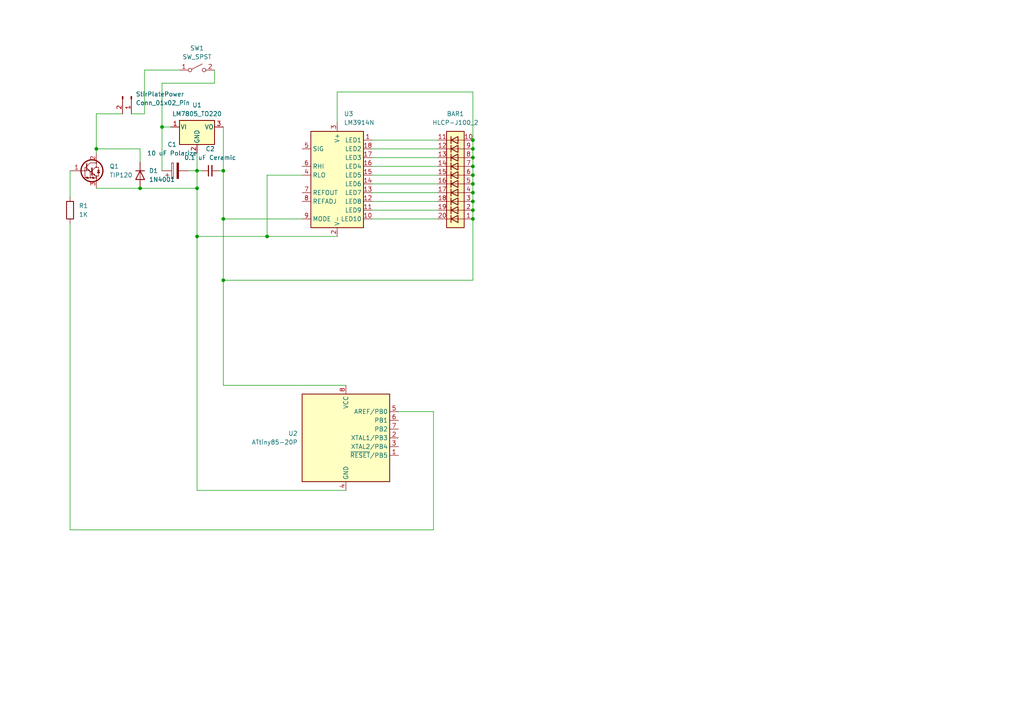
<source format=kicad_sch>
(kicad_sch (version 20230121) (generator eeschema)
  (paper "A4")
  (lib_symbols
    (symbol "Connector:Conn_01x02_Pin" (pin_names (offset 1.016) hide)
      (property "Reference" "J" (at 0 2.54 0))
      (property "Value" "Conn_01x02_Pin" (at 0 -5.08 0))
      (symbol "Conn_01x02_Pin_1_1"
        (polyline (pts (xy 1.27 -2.54) (xy 0.8636 -2.54)) (stroke (width 0.1524)))
        (polyline (pts (xy 1.27 0) (xy 0.8636 0)) (stroke (width 0.1524)))
        (rectangle (start 0.8636 -2.413) (end 0 -2.667) (stroke (width 0.1524)) (fill (type outline)))
        (rectangle (start 0.8636 0.127) (end 0 -0.127) (stroke (width 0.1524)) (fill (type outline)))
        (pin passive line (at 5.08 0 180) (length 3.81) (name "Pin_1") (number "1"))
        (pin passive line (at 5.08 -2.54 180) (length 3.81) (name "Pin_2") (number "2"))
      )
    )
    (symbol "Device:C_Polarized" (pin_numbers hide) (pin_names (offset 0.254))
      (property "Reference" "C" (at 0.635 2.54 0))
      (property "Value" "C_Polarized" (at 0.635 -2.54 0))
      (symbol "C_Polarized_0_1"
        (rectangle (start -2.286 0.508) (end 2.286 1.016))
        (polyline (pts (xy -1.778 2.286) (xy -0.762 2.286)))
        (polyline (pts (xy -1.27 2.794) (xy -1.27 1.778)))
        (rectangle (start 2.286 -0.508) (end -2.286 -1.016) (fill (type outline)))
      )
      (symbol "C_Polarized_1_1"
        (pin passive line (at 0 3.81 270) (length 2.794) (name "~") (number "1"))
        (pin passive line (at 0 -3.81 90) (length 2.794) (name "~") (number "2"))
      )
    )
    (symbol "Device:C_Small" (pin_numbers hide) (pin_names (offset 0.254) hide)
      (property "Reference" "C" (at 0.254 1.778 0))
      (property "Value" "C_Small" (at 0.254 -2.032 0))
      (symbol "C_Small_0_1"
        (polyline (pts (xy -1.524 -0.508) (xy 1.524 -0.508)) (stroke (width 0.3302)))
        (polyline (pts (xy -1.524 0.508) (xy 1.524 0.508)) (stroke (width 0.3048)))
      )
      (symbol "C_Small_1_1"
        (pin passive line (at 0 2.54 270) (length 2.032) (name "~") (number "1"))
        (pin passive line (at 0 -2.54 90) (length 2.032) (name "~") (number "2"))
      )
    )
    (symbol "Device:R" (pin_numbers hide) (pin_names (offset 0))
      (property "Reference" "R" (at 2.032 0 90))
      (property "Value" "R" (at 0 0 90))
      (symbol "R_0_1"
        (rectangle (start -1.016 -2.54) (end 1.016 2.54) (stroke (width 0.254)))
      )
      (symbol "R_1_1"
        (pin passive line (at 0 3.81 270) (length 1.27) (name "~") (number "1"))
        (pin passive line (at 0 -3.81 90) (length 1.27) (name "~") (number "2"))
      )
    )
    (symbol "Diode:1N4001" (pin_numbers hide) (pin_names hide)
      (property "Reference" "D" (at 0 2.54 0))
      (property "Value" "1N4001" (at 0 -2.54 0))
      (symbol "1N4001_0_1"
        (polyline (pts (xy -1.27 1.27) (xy -1.27 -1.27)) (stroke (width 0.254)))
        (polyline (pts (xy 1.27 0) (xy -1.27 0)))
        (polyline (pts (xy 1.27 1.27) (xy 1.27 -1.27) (xy -1.27 0) (xy 1.27 1.27)) (stroke (width 0.254)))
      )
      (symbol "1N4001_1_1"
        (pin passive line (at -3.81 0 0) (length 2.54) (name "K") (number "1"))
        (pin passive line (at 3.81 0 180) (length 2.54) (name "A") (number "2"))
      )
    )
    (symbol "Driver_LED:LM3914N"
      (property "Reference" "U" (at -6.35 14.224 0))
      (property "Value" "LM3914N" (at 5.588 14.224 0))
      (symbol "LM3914N_0_1"
        (rectangle (start -7.62 12.7) (end 7.62 -15.24) (stroke (width 0.254)) (fill (type background)))
      )
      (symbol "LM3914N_1_1"
        (pin open_collector line (at 10.16 10.16 180) (length 2.54) (name "LED1") (number "1"))
        (pin open_collector line (at 10.16 -12.7 180) (length 2.54) (name "LED10") (number "10"))
        (pin open_collector line (at 10.16 -10.16 180) (length 2.54) (name "LED9") (number "11"))
        (pin open_collector line (at 10.16 -7.62 180) (length 2.54) (name "LED8") (number "12"))
        (pin open_collector line (at 10.16 -5.08 180) (length 2.54) (name "LED7") (number "13"))
        (pin open_collector line (at 10.16 -2.54 180) (length 2.54) (name "LED6") (number "14"))
        (pin open_collector line (at 10.16 0 180) (length 2.54) (name "LED5") (number "15"))
        (pin open_collector line (at 10.16 2.54 180) (length 2.54) (name "LED4") (number "16"))
        (pin open_collector line (at 10.16 5.08 180) (length 2.54) (name "LED3") (number "17"))
        (pin open_collector line (at 10.16 7.62 180) (length 2.54) (name "LED2") (number "18"))
        (pin power_in line (at 0 -17.78 90) (length 2.54) (name "V-") (number "2"))
        (pin power_in line (at 0 15.24 270) (length 2.54) (name "V+") (number "3"))
        (pin input line (at -10.16 0 0) (length 2.54) (name "RLO") (number "4"))
        (pin input line (at -10.16 7.62 0) (length 2.54) (name "SIG") (number "5"))
        (pin input line (at -10.16 2.54 0) (length 2.54) (name "RHI") (number "6"))
        (pin output line (at -10.16 -5.08 0) (length 2.54) (name "REFOUT") (number "7"))
        (pin input line (at -10.16 -7.62 0) (length 2.54) (name "REFADJ") (number "8"))
        (pin input line (at -10.16 -12.7 0) (length 2.54) (name "MODE") (number "9"))
      )
    )
    (symbol "LED:HLCP-J100_2" (pin_names (offset 1.016) hide)
      (property "Reference" "BAR" (at 0 15.24 0))
      (property "Value" "HLCP-J100_2" (at 0 -17.78 0))
      (symbol "HLCP-J100_2_0_1"
        (rectangle (start -2.54 12.7) (end 2.54 -15.24) (stroke (width 0.254)) (fill (type background)))
        (polyline (pts (xy -2.54 -12.7) (xy 2.54 -12.7)))
        (polyline (pts (xy -2.54 -10.16) (xy 2.54 -10.16)))
        (polyline (pts (xy -2.54 -7.62) (xy 2.54 -7.62)))
        (polyline (pts (xy -2.54 -5.08) (xy 2.54 -5.08)))
        (polyline (pts (xy -2.54 0) (xy 2.54 0)))
        (polyline (pts (xy -2.54 5.08) (xy 2.54 5.08)))
        (polyline (pts (xy -2.54 7.62) (xy 2.54 7.62)))
        (polyline (pts (xy -2.54 10.16) (xy 2.54 10.16)))
        (polyline (pts (xy 1.27 -11.684) (xy 1.27 -13.716)) (stroke (width 0.254)))
        (polyline (pts (xy 1.27 -9.144) (xy 1.27 -11.176)) (stroke (width 0.254)))
        (polyline (pts (xy 1.27 -6.604) (xy 1.27 -8.636)) (stroke (width 0.254)))
        (polyline (pts (xy 1.27 -4.064) (xy 1.27 -6.096)) (stroke (width 0.254)))
        (polyline (pts (xy 1.27 -1.524) (xy 1.27 -3.556)) (stroke (width 0.254)))
        (polyline (pts (xy 1.27 1.016) (xy 1.27 -1.016)) (stroke (width 0.254)))
        (polyline (pts (xy 1.27 3.556) (xy 1.27 1.524)) (stroke (width 0.254)))
        (polyline (pts (xy 1.27 6.096) (xy 1.27 4.064)) (stroke (width 0.254)))
        (polyline (pts (xy 1.27 8.636) (xy 1.27 6.604)) (stroke (width 0.254)))
        (polyline (pts (xy 1.27 11.176) (xy 1.27 9.144)) (stroke (width 0.254)))
        (polyline (pts (xy 2.54 -2.54) (xy -2.54 -2.54)))
        (polyline (pts (xy 2.54 2.54) (xy -2.54 2.54)))
        (polyline (pts (xy -0.762 -11.684) (xy -0.762 -13.716) (xy 1.27 -12.7) (xy -0.762 -11.684)) (stroke (width 0.254)))
        (polyline (pts (xy -0.762 -9.144) (xy -0.762 -11.176) (xy 1.27 -10.16) (xy -0.762 -9.144)) (stroke (width 0.254)))
        (polyline (pts (xy -0.762 -6.604) (xy -0.762 -8.636) (xy 1.27 -7.62) (xy -0.762 -6.604)) (stroke (width 0.254)))
        (polyline (pts (xy -0.762 -4.064) (xy -0.762 -6.096) (xy 1.27 -5.08) (xy -0.762 -4.064)) (stroke (width 0.254)))
        (polyline (pts (xy -0.762 -1.524) (xy -0.762 -3.556) (xy 1.27 -2.54) (xy -0.762 -1.524)) (stroke (width 0.254)))
        (polyline (pts (xy -0.762 1.016) (xy -0.762 -1.016) (xy 1.27 0) (xy -0.762 1.016)) (stroke (width 0.254)))
        (polyline (pts (xy -0.762 3.556) (xy -0.762 1.524) (xy 1.27 2.54) (xy -0.762 3.556)) (stroke (width 0.254)))
        (polyline (pts (xy -0.762 6.096) (xy -0.762 4.064) (xy 1.27 5.08) (xy -0.762 6.096)) (stroke (width 0.254)))
        (polyline (pts (xy -0.762 8.636) (xy -0.762 6.604) (xy 1.27 7.62) (xy -0.762 8.636)) (stroke (width 0.254)))
        (polyline (pts (xy -0.762 11.176) (xy -0.762 9.144) (xy 1.27 10.16) (xy -0.762 11.176)) (stroke (width 0.254)))
      )
      (symbol "HLCP-J100_2_1_1"
        (pin passive line (at -5.08 10.16 0) (length 2.54) (name "A") (number "1"))
        (pin passive line (at -5.08 -12.7 0) (length 2.54) (name "A") (number "10"))
        (pin passive line (at 5.08 -12.7 180) (length 2.54) (name "K") (number "11"))
        (pin passive line (at 5.08 -10.16 180) (length 2.54) (name "K") (number "12"))
        (pin passive line (at 5.08 -7.62 180) (length 2.54) (name "K") (number "13"))
        (pin passive line (at 5.08 -5.08 180) (length 2.54) (name "K") (number "14"))
        (pin passive line (at 5.08 -2.54 180) (length 2.54) (name "K") (number "15"))
        (pin passive line (at 5.08 0 180) (length 2.54) (name "K") (number "16"))
        (pin passive line (at 5.08 2.54 180) (length 2.54) (name "K") (number "17"))
        (pin passive line (at 5.08 5.08 180) (length 2.54) (name "K") (number "18"))
        (pin passive line (at 5.08 7.62 180) (length 2.54) (name "K") (number "19"))
        (pin passive line (at -5.08 7.62 0) (length 2.54) (name "A") (number "2"))
        (pin passive line (at 5.08 10.16 180) (length 2.54) (name "K") (number "20"))
        (pin passive line (at -5.08 5.08 0) (length 2.54) (name "A") (number "3"))
        (pin passive line (at -5.08 2.54 0) (length 2.54) (name "A") (number "4"))
        (pin passive line (at -5.08 0 0) (length 2.54) (name "A") (number "5"))
        (pin passive line (at -5.08 -2.54 0) (length 2.54) (name "A") (number "6"))
        (pin passive line (at -5.08 -5.08 0) (length 2.54) (name "A") (number "7"))
        (pin passive line (at -5.08 -7.62 0) (length 2.54) (name "A") (number "8"))
        (pin passive line (at -5.08 -10.16 0) (length 2.54) (name "A") (number "9"))
      )
    )
    (symbol "MCU_Microchip_ATtiny:ATtiny85-20P"
      (property "Reference" "U" (at -12.7 13.97 0))
      (property "Value" "ATtiny85-20P" (at 2.54 -13.97 0))
      (symbol "ATtiny85-20P_0_1"
        (rectangle (start -12.7 -12.7) (end 12.7 12.7) (stroke (width 0.254)) (fill (type background)))
      )
      (symbol "ATtiny85-20P_1_1"
        (pin bidirectional line (at 15.24 -5.08 180) (length 2.54) (name "~{RESET}/PB5") (number "1"))
        (pin bidirectional line (at 15.24 0 180) (length 2.54) (name "XTAL1/PB3") (number "2"))
        (pin bidirectional line (at 15.24 -2.54 180) (length 2.54) (name "XTAL2/PB4") (number "3"))
        (pin power_in line (at 0 -15.24 90) (length 2.54) (name "GND") (number "4"))
        (pin bidirectional line (at 15.24 7.62 180) (length 2.54) (name "AREF/PB0") (number "5"))
        (pin bidirectional line (at 15.24 5.08 180) (length 2.54) (name "PB1") (number "6"))
        (pin bidirectional line (at 15.24 2.54 180) (length 2.54) (name "PB2") (number "7"))
        (pin power_in line (at 0 15.24 270) (length 2.54) (name "VCC") (number "8"))
      )
    )
    (symbol "Regulator_Linear:LM7805_TO220" (pin_names (offset 0.254))
      (property "Reference" "U" (at -3.81 3.175 0))
      (property "Value" "LM7805_TO220" (at 0 3.175 0))
      (symbol "LM7805_TO220_0_1"
        (rectangle (start -5.08 1.905) (end 5.08 -5.08) (stroke (width 0.254)) (fill (type background)))
      )
      (symbol "LM7805_TO220_1_1"
        (pin power_in line (at -7.62 0 0) (length 2.54) (name "VI") (number "1"))
        (pin power_in line (at 0 -7.62 90) (length 2.54) (name "GND") (number "2"))
        (pin power_out line (at 7.62 0 180) (length 2.54) (name "VO") (number "3"))
      )
    )
    (symbol "Switch:SW_SPST" (pin_names (offset 0) hide)
      (property "Reference" "SW" (at 0 3.175 0))
      (property "Value" "SW_SPST" (at 0 -2.54 0))
      (symbol "SW_SPST_0_0"
        (circle (center -2.032 0) (radius 0.508))
        (polyline (pts (xy -1.524 0.254) (xy 1.524 1.778)))
        (circle (center 2.032 0) (radius 0.508))
      )
      (symbol "SW_SPST_1_1"
        (pin passive line (at -5.08 0 0) (length 2.54) (name "A") (number "1"))
        (pin passive line (at 5.08 0 180) (length 2.54) (name "B") (number "2"))
      )
    )
    (symbol "Transistor_BJT:TIP120" (pin_names (offset 0) hide)
      (property "Reference" "Q" (at 5.08 1.905 0))
      (property "Value" "TIP120" (at 5.08 0 0))
      (symbol "TIP120_0_1"
        (circle (center -0.762 0) (radius 0.127))
        (polyline (pts (xy -1.27 0) (xy -0.889 0)))
        (polyline (pts (xy 2.54 -2.032) (xy 2.54 -2.54)))
        (polyline (pts (xy 2.54 -1.524) (xy 3.175 -1.524)))
        (polyline (pts (xy 2.794 0.127) (xy 3.556 0.127)))
        (polyline (pts (xy 3.175 -0.635) (xy 3.175 -1.524)))
        (polyline (pts (xy 3.175 1.016) (xy 2.54 1.016)))
        (polyline (pts (xy 3.175 1.016) (xy 3.175 0.127)))
        (polyline (pts (xy -0.254 0.762) (xy 0.762 -0.254) (xy 1.27 -0.254)))
        (polyline (pts (xy -0.254 1.016) (xy -0.762 1.016) (xy -0.762 -2.032)))
        (polyline (pts (xy -0.254 1.27) (xy 0.762 2.286) (xy 2.54 2.286)))
        (polyline (pts (xy -0.254 2.032) (xy -0.254 0) (xy -0.254 0)) (stroke (width 0.3048)))
        (polyline (pts (xy 1.27 0.762) (xy 1.27 -1.27) (xy 1.27 -1.27)) (stroke (width 0.381)))
        (polyline (pts (xy 0.635 -0.127) (xy 0.381 0.381) (xy 0.127 0.127) (xy 0.635 -0.127)))
        (polyline (pts (xy 1.27 -0.508) (xy 2.286 -1.524) (xy 2.54 -1.524) (xy 2.54 -2.032)))
        (polyline (pts (xy 1.27 0) (xy 2.286 1.016) (xy 2.54 1.016) (xy 2.54 2.286)))
        (polyline (pts (xy 2.159 -1.397) (xy 1.905 -0.889) (xy 1.651 -1.143) (xy 2.159 -1.397)))
        (polyline (pts (xy 3.175 0.127) (xy 2.794 -0.635) (xy 3.556 -0.635) (xy 3.175 0.127)) (fill (type outline)))
        (polyline (pts (xy 0.762 -2.032) (xy 0.381 -2.032) (xy 0.254 -2.286) (xy 0.127 -1.778) (xy 0 -2.286) (xy -0.127 -1.778) (xy -0.254 -2.286) (xy -0.381 -1.778) (xy -0.508 -2.032) (xy -0.762 -2.032)))
        (polyline (pts (xy 0.762 -0.254) (xy 0.762 -2.032) (xy 1.143 -2.032) (xy 1.27 -1.778) (xy 1.397 -2.286) (xy 1.524 -1.778) (xy 1.651 -2.286) (xy 1.778 -1.778) (xy 1.905 -2.286) (xy 2.032 -2.032) (xy 2.54 -2.032)))
        (circle (center 0.762 -2.032) (radius 0.127))
        (circle (center 0.762 -0.254) (radius 0.127))
        (circle (center 1.27 0) (radius 3.175) (stroke (width 0.3556)))
        (circle (center 2.54 -2.032) (radius 0.127))
        (circle (center 2.54 -1.524) (radius 0.127))
        (circle (center 2.54 1.016) (radius 0.127))
        (circle (center 2.54 2.286) (radius 0.127))
      )
      (symbol "TIP120_1_1"
        (pin input line (at -5.08 0 0) (length 3.81) (name "B") (number "1"))
        (pin passive line (at 2.54 5.08 270) (length 2.667) (name "C") (number "2"))
        (pin passive line (at 2.54 -5.08 90) (length 2.54) (name "E") (number "3"))
      )
    )
  )
  (junction (at 64.77 49.53))
  (junction (at 77.47 68.58))
  (junction (at 64.77 81.28))
  (junction (at 57.15 68.58))
  (junction (at 137.16 60.96))
  (junction (at 64.77 63.5))
  (junction (at 57.15 54.61))
  (junction (at 137.16 55.88))
  (junction (at 27.94 43.18))
  (junction (at 137.16 63.5))
  (junction (at 46.99 36.83))
  (junction (at 137.16 43.18))
  (junction (at 137.16 53.34))
  (junction (at 137.16 48.26))
  (junction (at 57.15 49.53))
  (junction (at 137.16 45.72))
  (junction (at 137.16 58.42))
  (junction (at 137.16 40.64))
  (junction (at 137.16 50.8))
  (junction (at 40.64 54.61))
  (wire (pts (xy 107.95 43.18) (xy 127 43.18)))
  (wire (pts (xy 137.16 26.67) (xy 97.79 26.67)))
  (wire (pts (xy 107.95 58.42) (xy 127 58.42)))
  (wire (pts (xy 97.79 26.67) (xy 97.79 35.56)))
  (wire (pts (xy 40.64 54.61) (xy 57.15 54.61)))
  (wire (pts (xy 57.15 142.24) (xy 57.15 68.58)))
  (wire (pts (xy 27.94 43.18) (xy 40.64 43.18)))
  (wire (pts (xy 41.91 20.32) (xy 52.07 20.32)))
  (wire (pts (xy 64.77 81.28) (xy 64.77 111.76)))
  (wire (pts (xy 107.95 55.88) (xy 127 55.88)))
  (wire (pts (xy 115.57 119.38) (xy 125.73 119.38)))
  (wire (pts (xy 40.64 43.18) (xy 40.64 46.99)))
  (wire (pts (xy 125.73 119.38) (xy 125.73 153.67)))
  (wire (pts (xy 35.56 33.02) (xy 27.94 33.02)))
  (wire (pts (xy 107.95 63.5) (xy 127 63.5)))
  (wire (pts (xy 107.95 40.64) (xy 127 40.64)))
  (wire (pts (xy 77.47 68.58) (xy 97.79 68.58)))
  (wire (pts (xy 20.32 153.67) (xy 20.32 64.77)))
  (wire (pts (xy 27.94 54.61) (xy 40.64 54.61)))
  (wire (pts (xy 107.95 60.96) (xy 127 60.96)))
  (wire (pts (xy 27.94 43.18) (xy 27.94 44.45)))
  (wire (pts (xy 125.73 153.67) (xy 20.32 153.67)))
  (wire (pts (xy 137.16 48.26) (xy 137.16 50.8)))
  (wire (pts (xy 137.16 43.18) (xy 137.16 45.72)))
  (wire (pts (xy 64.77 111.76) (xy 100.33 111.76)))
  (wire (pts (xy 57.15 68.58) (xy 57.15 54.61)))
  (wire (pts (xy 64.77 49.53) (xy 64.77 63.5)))
  (wire (pts (xy 137.16 55.88) (xy 137.16 58.42)))
  (wire (pts (xy 46.99 24.13) (xy 46.99 36.83)))
  (wire (pts (xy 57.15 49.53) (xy 54.61 49.53)))
  (wire (pts (xy 64.77 63.5) (xy 87.63 63.5)))
  (wire (pts (xy 137.16 45.72) (xy 137.16 48.26)))
  (wire (pts (xy 137.16 40.64) (xy 137.16 43.18)))
  (wire (pts (xy 49.53 36.83) (xy 46.99 36.83)))
  (wire (pts (xy 62.23 24.13) (xy 46.99 24.13)))
  (wire (pts (xy 107.95 48.26) (xy 127 48.26)))
  (wire (pts (xy 57.15 44.45) (xy 57.15 49.53)))
  (wire (pts (xy 57.15 54.61) (xy 57.15 49.53)))
  (wire (pts (xy 46.99 36.83) (xy 46.99 49.53)))
  (wire (pts (xy 137.16 81.28) (xy 64.77 81.28)))
  (wire (pts (xy 62.23 20.32) (xy 62.23 24.13)))
  (wire (pts (xy 64.77 63.5) (xy 64.77 81.28)))
  (wire (pts (xy 64.77 36.83) (xy 64.77 49.53)))
  (wire (pts (xy 63.5 49.53) (xy 64.77 49.53)))
  (wire (pts (xy 27.94 33.02) (xy 27.94 43.18)))
  (wire (pts (xy 100.33 142.24) (xy 57.15 142.24)))
  (wire (pts (xy 137.16 60.96) (xy 137.16 63.5)))
  (wire (pts (xy 20.32 49.53) (xy 20.32 57.15)))
  (wire (pts (xy 107.95 53.34) (xy 127 53.34)))
  (wire (pts (xy 41.91 33.02) (xy 41.91 20.32)))
  (wire (pts (xy 57.15 49.53) (xy 58.42 49.53)))
  (wire (pts (xy 107.95 50.8) (xy 127 50.8)))
  (wire (pts (xy 137.16 53.34) (xy 137.16 55.88)))
  (wire (pts (xy 137.16 40.64) (xy 137.16 26.67)))
  (wire (pts (xy 137.16 58.42) (xy 137.16 60.96)))
  (wire (pts (xy 77.47 68.58) (xy 77.47 50.8)))
  (wire (pts (xy 38.1 33.02) (xy 41.91 33.02)))
  (wire (pts (xy 137.16 50.8) (xy 137.16 53.34)))
  (wire (pts (xy 107.95 45.72) (xy 127 45.72)))
  (wire (pts (xy 137.16 63.5) (xy 137.16 81.28)))
  (wire (pts (xy 57.15 68.58) (xy 77.47 68.58)))
  (wire (pts (xy 77.47 50.8) (xy 87.63 50.8)))
  (symbol (lib_id "Regulator_Linear:LM7805_TO220") (at 57.15 36.83 0) (unit 1)
    (property "Reference" "U1" (at 57.15 30.48 0))
    (property "Value" "LM7805_TO220" (at 57.15 33.02 0))
    (property "Footprint" "Package_TO_SOT_THT:TO-220-3_Vertical" (effects hide))
    (property "Datasheet" "https://www.onsemi.cn/PowerSolutions/document/MC7800-D.PDF" (effects hide))
  )
  (symbol (lib_id "Device:C_Small") (at 60.96 49.53 90) (unit 1)
    (property "Reference" "C2" (at 60.9663 43.18 90))
    (property "Value" "0.1 uF Ceramic" (at 60.9663 45.72 90))
    (property "Footprint" "Capacitor_SMD:C_0805_2012Metric_Pad1.18x1.45mm_HandSolder" (effects hide))
  )
  (symbol (lib_id "Device:R") (at 20.32 60.96 0) (unit 1)
    (property "Reference" "R1" (at 22.86 59.69 0) (effects (justify left)))
    (property "Value" "1K" (at 22.86 62.23 0) (effects (justify left)))
    (property "Footprint" "Resistor_SMD:R_0805_2012Metric_Pad1.20x1.40mm_HandSolder" (effects hide))
  )
  (symbol (lib_id "LED:HLCP-J100_2") (at 132.08 53.34 180) (unit 1)
    (property "Reference" "BAR1" (at 132.08 33.02 0))
    (property "Value" "HLCP-J100_2" (at 132.08 35.56 0))
    (property "Footprint" "Display:HLCP-J100" (effects hide))
    (property "Datasheet" "https://docs.broadcom.com/docs/AV02-1798EN" (effects hide))
  )
  (symbol (lib_id "Connector:Conn_01x02_Pin") (at 38.1 27.94 270) (unit 1)
    (property "Reference" "StirPlatePower" (at 39.37 27.305 90) (effects (justify left)))
    (property "Value" "Conn_01x02_Pin" (at 39.37 29.845 90) (effects (justify left)))
    (property "Footprint" "Connector_PinHeader_2.54mm:PinHeader_1x02_P2.54mm_Vertical" (effects hide))
  )
  (symbol (lib_id "MCU_Microchip_ATtiny:ATtiny85-20P") (at 100.33 127 0) (unit 1)
    (property "Reference" "U2" (at 86.36 125.73 0) (effects (justify right)))
    (property "Value" "ATtiny85-20P" (at 86.36 128.27 0) (effects (justify right)))
    (property "Footprint" "Package_DIP:DIP-8_W7.62mm" (effects hide))
    (property "Datasheet" "http://ww1.microchip.com/downloads/en/DeviceDoc/atmel-2586-avr-8-bit-microcontroller-attiny25-attiny45-attiny85_datasheet.pdf" (effects hide))
  )
  (symbol (lib_id "Diode:1N4001") (at 40.64 50.8 270) (unit 1)
    (property "Reference" "D1" (at 43.18 49.53 90) (effects (justify left)))
    (property "Value" "1N4001" (at 43.18 52.07 90) (effects (justify left)))
    (property "Footprint" "Diode_THT:D_DO-41_SOD81_P10.16mm_Horizontal" (effects hide))
    (property "Datasheet" "http://www.vishay.com/docs/88503/1n4001.pdf" (effects hide))
    (property "Sim.Device" "D" (effects hide))
    (property "Sim.Pins" "1=K 2=A" (effects hide))
  )
  (symbol (lib_id "Switch:SW_SPST") (at 57.15 20.32 0) (unit 1)
    (property "Reference" "SW1" (at 57.15 13.97 0))
    (property "Value" "SW_SPST" (at 57.15 16.51 0))
  )
  (symbol (lib_id "Device:C_Polarized") (at 50.8 49.53 90) (unit 1)
    (property "Reference" "C1" (at 49.911 41.91 90))
    (property "Value" "10 uF Polarize" (at 49.911 44.45 90))
    (property "Footprint" "Capacitor_THT:CP_Radial_Tantal_D4.5mm_P2.50mm" (effects hide))
  )
  (symbol (lib_id "Driver_LED:LM3914N") (at 97.79 50.8 0) (unit 1)
    (property "Reference" "U3" (at 99.7459 33.02 0) (effects (justify left)))
    (property "Value" "LM3914N" (at 99.7459 35.56 0) (effects (justify left)))
    (property "Footprint" "Package_DIP:DIP-18_W7.62mm" (effects hide))
    (property "Datasheet" "https://www.ti.com/lit/ds/symlink/lm3914.pdf" (effects hide))
  )
  (symbol (lib_id "Transistor_BJT:TIP120") (at 25.4 49.53 0) (unit 1)
    (property "Reference" "Q1" (at 31.75 48.26 0) (effects (justify left)))
    (property "Value" "TIP120" (at 31.75 50.8 0) (effects (justify left)))
    (property "Footprint" "Package_TO_SOT_THT:TO-220-3_Vertical" (effects hide))
    (property "Datasheet" "https://www.onsemi.com/pub/Collateral/TIP120-D.PDF" (effects hide))
  )
)
</source>
